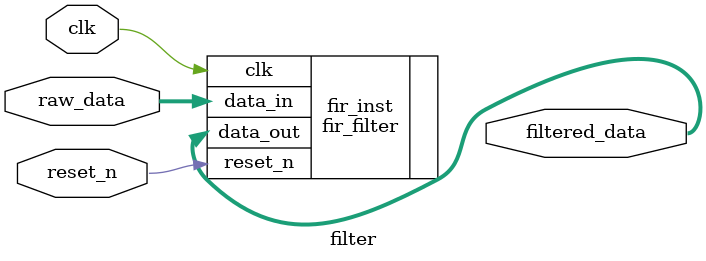
<source format=sv>
module filter (
    input  logic clk,
    input  logic reset_n,
    input  logic [7:0] raw_data,
    output logic [7:0] filtered_data
);
    // Instance of the FIR filter
    fir_filter fir_inst (
        .clk(clk),
        .reset_n(reset_n),
        .data_in(raw_data),
        .data_out(filtered_data)
    );
endmodule

</source>
